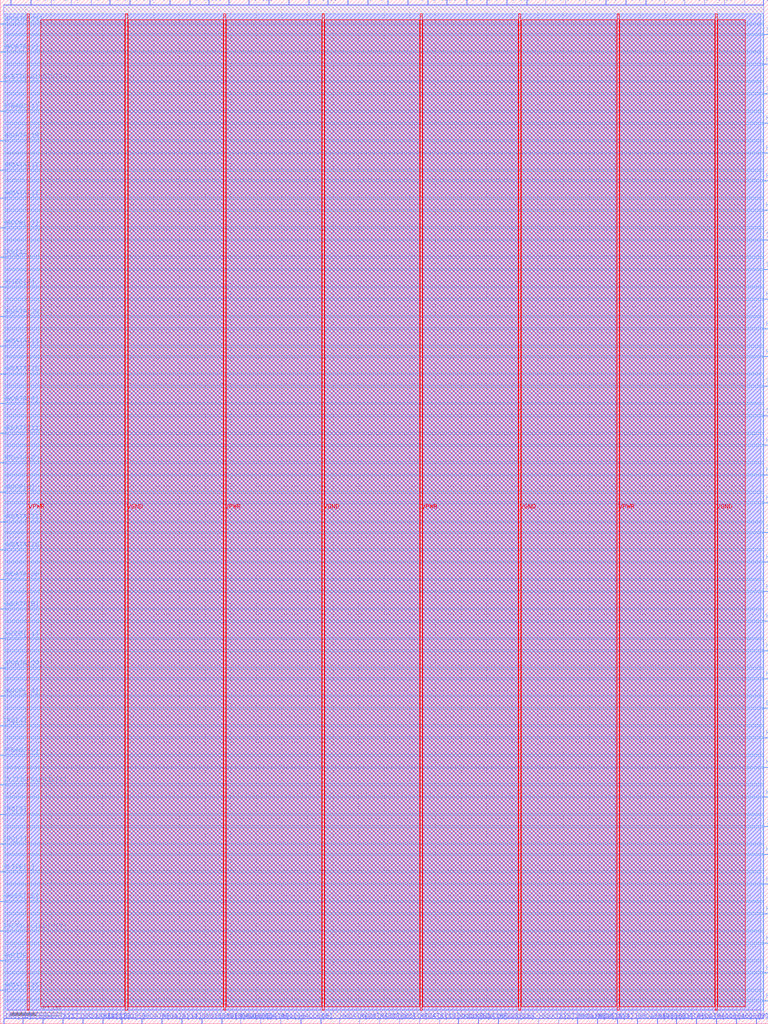
<source format=lef>
VERSION 5.7 ;
  NOWIREEXTENSIONATPIN ON ;
  DIVIDERCHAR "/" ;
  BUSBITCHARS "[]" ;
MACRO ibex_wrapper
  CLASS BLOCK ;
  FOREIGN ibex_wrapper ;
  ORIGIN 0.000 0.000 ;
  SIZE 600.000 BY 800.000 ;
  PIN EXT_IRQ
    DIRECTION INPUT ;
    USE SIGNAL ;
    PORT
      LAYER met3 ;
        RECT 596.000 246.200 600.000 246.800 ;
    END
  END EXT_IRQ
  PIN HADDR[0]
    DIRECTION OUTPUT TRISTATE ;
    USE SIGNAL ;
    PORT
      LAYER met2 ;
        RECT 148.210 796.000 148.490 800.000 ;
    END
  END HADDR[0]
  PIN HADDR[10]
    DIRECTION OUTPUT TRISTATE ;
    USE SIGNAL ;
    PORT
      LAYER met2 ;
        RECT 581.530 796.000 581.810 800.000 ;
    END
  END HADDR[10]
  PIN HADDR[11]
    DIRECTION OUTPUT TRISTATE ;
    USE SIGNAL ;
    PORT
      LAYER met3 ;
        RECT 0.000 300.600 4.000 301.200 ;
    END
  END HADDR[11]
  PIN HADDR[12]
    DIRECTION OUTPUT TRISTATE ;
    USE SIGNAL ;
    PORT
      LAYER met2 ;
        RECT 271.490 796.000 271.770 800.000 ;
    END
  END HADDR[12]
  PIN HADDR[13]
    DIRECTION OUTPUT TRISTATE ;
    USE SIGNAL ;
    PORT
      LAYER met2 ;
        RECT 24.010 796.000 24.290 800.000 ;
    END
  END HADDR[13]
  PIN HADDR[14]
    DIRECTION OUTPUT TRISTATE ;
    USE SIGNAL ;
    PORT
      LAYER met3 ;
        RECT 0.000 255.720 4.000 256.320 ;
    END
  END HADDR[14]
  PIN HADDR[15]
    DIRECTION OUTPUT TRISTATE ;
    USE SIGNAL ;
    PORT
      LAYER met2 ;
        RECT 559.450 0.000 559.730 4.000 ;
    END
  END HADDR[15]
  PIN HADDR[16]
    DIRECTION OUTPUT TRISTATE ;
    USE SIGNAL ;
    PORT
      LAYER met3 ;
        RECT 596.000 223.080 600.000 223.680 ;
    END
  END HADDR[16]
  PIN HADDR[17]
    DIRECTION OUTPUT TRISTATE ;
    USE SIGNAL ;
    PORT
      LAYER met3 ;
        RECT 0.000 621.560 4.000 622.160 ;
    END
  END HADDR[17]
  PIN HADDR[18]
    DIRECTION OUTPUT TRISTATE ;
    USE SIGNAL ;
    PORT
      LAYER met3 ;
        RECT 0.000 95.240 4.000 95.840 ;
    END
  END HADDR[18]
  PIN HADDR[19]
    DIRECTION OUTPUT TRISTATE ;
    USE SIGNAL ;
    PORT
      LAYER met3 ;
        RECT 596.000 108.840 600.000 109.440 ;
    END
  END HADDR[19]
  PIN HADDR[1]
    DIRECTION OUTPUT TRISTATE ;
    USE SIGNAL ;
    PORT
      LAYER met2 ;
        RECT 187.770 0.000 188.050 4.000 ;
    END
  END HADDR[1]
  PIN HADDR[20]
    DIRECTION OUTPUT TRISTATE ;
    USE SIGNAL ;
    PORT
      LAYER met3 ;
        RECT 596.000 360.440 600.000 361.040 ;
    END
  END HADDR[20]
  PIN HADDR[21]
    DIRECTION OUTPUT TRISTATE ;
    USE SIGNAL ;
    PORT
      LAYER met2 ;
        RECT 513.450 0.000 513.730 4.000 ;
    END
  END HADDR[21]
  PIN HADDR[22]
    DIRECTION OUTPUT TRISTATE ;
    USE SIGNAL ;
    PORT
      LAYER met2 ;
        RECT 426.050 796.000 426.330 800.000 ;
    END
  END HADDR[22]
  PIN HADDR[23]
    DIRECTION OUTPUT TRISTATE ;
    USE SIGNAL ;
    PORT
      LAYER met2 ;
        RECT 596.250 796.000 596.530 800.000 ;
    END
  END HADDR[23]
  PIN HADDR[24]
    DIRECTION OUTPUT TRISTATE ;
    USE SIGNAL ;
    PORT
      LAYER met3 ;
        RECT 596.000 199.960 600.000 200.560 ;
    END
  END HADDR[24]
  PIN HADDR[25]
    DIRECTION OUTPUT TRISTATE ;
    USE SIGNAL ;
    PORT
      LAYER met2 ;
        RECT 296.330 0.000 296.610 4.000 ;
    END
  END HADDR[25]
  PIN HADDR[26]
    DIRECTION OUTPUT TRISTATE ;
    USE SIGNAL ;
    PORT
      LAYER met2 ;
        RECT 389.250 0.000 389.530 4.000 ;
    END
  END HADDR[26]
  PIN HADDR[27]
    DIRECTION OUTPUT TRISTATE ;
    USE SIGNAL ;
    PORT
      LAYER met3 ;
        RECT 596.000 703.160 600.000 703.760 ;
    END
  END HADDR[27]
  PIN HADDR[28]
    DIRECTION OUTPUT TRISTATE ;
    USE SIGNAL ;
    PORT
      LAYER met3 ;
        RECT 596.000 17.720 600.000 18.320 ;
    END
  END HADDR[28]
  PIN HADDR[29]
    DIRECTION OUTPUT TRISTATE ;
    USE SIGNAL ;
    PORT
      LAYER met3 ;
        RECT 596.000 337.320 600.000 337.920 ;
    END
  END HADDR[29]
  PIN HADDR[2]
    DIRECTION OUTPUT TRISTATE ;
    USE SIGNAL ;
    PORT
      LAYER met2 ;
        RECT 234.690 0.000 234.970 4.000 ;
    END
  END HADDR[2]
  PIN HADDR[30]
    DIRECTION OUTPUT TRISTATE ;
    USE SIGNAL ;
    PORT
      LAYER met2 ;
        RECT 101.290 796.000 101.570 800.000 ;
    END
  END HADDR[30]
  PIN HADDR[31]
    DIRECTION OUTPUT TRISTATE ;
    USE SIGNAL ;
    PORT
      LAYER met2 ;
        RECT 80.130 0.000 80.410 4.000 ;
    END
  END HADDR[31]
  PIN HADDR[3]
    DIRECTION OUTPUT TRISTATE ;
    USE SIGNAL ;
    PORT
      LAYER met2 ;
        RECT 575.090 0.000 575.370 4.000 ;
    END
  END HADDR[3]
  PIN HADDR[4]
    DIRECTION OUTPUT TRISTATE ;
    USE SIGNAL ;
    PORT
      LAYER met3 ;
        RECT 596.000 520.920 600.000 521.520 ;
    END
  END HADDR[4]
  PIN HADDR[5]
    DIRECTION OUTPUT TRISTATE ;
    USE SIGNAL ;
    PORT
      LAYER met2 ;
        RECT 457.330 796.000 457.610 800.000 ;
    END
  END HADDR[5]
  PIN HADDR[6]
    DIRECTION OUTPUT TRISTATE ;
    USE SIGNAL ;
    PORT
      LAYER met3 ;
        RECT 0.000 414.840 4.000 415.440 ;
    END
  END HADDR[6]
  PIN HADDR[7]
    DIRECTION OUTPUT TRISTATE ;
    USE SIGNAL ;
    PORT
      LAYER met3 ;
        RECT 596.000 451.560 600.000 452.160 ;
    END
  END HADDR[7]
  PIN HADDR[8]
    DIRECTION OUTPUT TRISTATE ;
    USE SIGNAL ;
    PORT
      LAYER met2 ;
        RECT 357.970 0.000 358.250 4.000 ;
    END
  END HADDR[8]
  PIN HADDR[9]
    DIRECTION OUTPUT TRISTATE ;
    USE SIGNAL ;
    PORT
      LAYER met3 ;
        RECT 596.000 635.160 600.000 635.760 ;
    END
  END HADDR[9]
  PIN HCLK
    DIRECTION INPUT ;
    USE SIGNAL ;
    PORT
      LAYER met2 ;
        RECT 404.890 0.000 405.170 4.000 ;
    END
  END HCLK
  PIN HRDATA[0]
    DIRECTION INPUT ;
    USE SIGNAL ;
    PORT
      LAYER met3 ;
        RECT 596.000 542.680 600.000 543.280 ;
    END
  END HRDATA[0]
  PIN HRDATA[10]
    DIRECTION INPUT ;
    USE SIGNAL ;
    PORT
      LAYER met2 ;
        RECT 64.490 0.000 64.770 4.000 ;
    END
  END HRDATA[10]
  PIN HRDATA[11]
    DIRECTION INPUT ;
    USE SIGNAL ;
    PORT
      LAYER met3 ;
        RECT 0.000 461.080 4.000 461.680 ;
    END
  END HRDATA[11]
  PIN HRDATA[12]
    DIRECTION INPUT ;
    USE SIGNAL ;
    PORT
      LAYER met2 ;
        RECT 203.410 0.000 203.690 4.000 ;
    END
  END HRDATA[12]
  PIN HRDATA[13]
    DIRECTION INPUT ;
    USE SIGNAL ;
    PORT
      LAYER met2 ;
        RECT 132.570 796.000 132.850 800.000 ;
    END
  END HRDATA[13]
  PIN HRDATA[14]
    DIRECTION INPUT ;
    USE SIGNAL ;
    PORT
      LAYER met2 ;
        RECT 126.130 0.000 126.410 4.000 ;
    END
  END HRDATA[14]
  PIN HRDATA[15]
    DIRECTION INPUT ;
    USE SIGNAL ;
    PORT
      LAYER met3 ;
        RECT 0.000 689.560 4.000 690.160 ;
    END
  END HRDATA[15]
  PIN HRDATA[16]
    DIRECTION INPUT ;
    USE SIGNAL ;
    PORT
      LAYER met3 ;
        RECT 596.000 176.840 600.000 177.440 ;
    END
  END HRDATA[16]
  PIN HRDATA[17]
    DIRECTION INPUT ;
    USE SIGNAL ;
    PORT
      LAYER met3 ;
        RECT 0.000 666.440 4.000 667.040 ;
    END
  END HRDATA[17]
  PIN HRDATA[18]
    DIRECTION INPUT ;
    USE SIGNAL ;
    PORT
      LAYER met2 ;
        RECT 497.810 0.000 498.090 4.000 ;
    END
  END HRDATA[18]
  PIN HRDATA[19]
    DIRECTION INPUT ;
    USE SIGNAL ;
    PORT
      LAYER met2 ;
        RECT 327.610 0.000 327.890 4.000 ;
    END
  END HRDATA[19]
  PIN HRDATA[1]
    DIRECTION INPUT ;
    USE SIGNAL ;
    PORT
      LAYER met3 ;
        RECT 596.000 269.320 600.000 269.920 ;
    END
  END HRDATA[1]
  PIN HRDATA[20]
    DIRECTION INPUT ;
    USE SIGNAL ;
    PORT
      LAYER met3 ;
        RECT 0.000 437.960 4.000 438.560 ;
    END
  END HRDATA[20]
  PIN HRDATA[21]
    DIRECTION INPUT ;
    USE SIGNAL ;
    PORT
      LAYER met3 ;
        RECT 0.000 391.720 4.000 392.320 ;
    END
  END HRDATA[21]
  PIN HRDATA[22]
    DIRECTION INPUT ;
    USE SIGNAL ;
    PORT
      LAYER met2 ;
        RECT 373.610 0.000 373.890 4.000 ;
    END
  END HRDATA[22]
  PIN HRDATA[23]
    DIRECTION INPUT ;
    USE SIGNAL ;
    PORT
      LAYER met2 ;
        RECT 504.250 796.000 504.530 800.000 ;
    END
  END HRDATA[23]
  PIN HRDATA[24]
    DIRECTION INPUT ;
    USE SIGNAL ;
    PORT
      LAYER met3 ;
        RECT 596.000 406.680 600.000 407.280 ;
    END
  END HRDATA[24]
  PIN HRDATA[25]
    DIRECTION INPUT ;
    USE SIGNAL ;
    PORT
      LAYER met3 ;
        RECT 0.000 780.680 4.000 781.280 ;
    END
  END HRDATA[25]
  PIN HRDATA[26]
    DIRECTION INPUT ;
    USE SIGNAL ;
    PORT
      LAYER met2 ;
        RECT 450.890 0.000 451.170 4.000 ;
    END
  END HRDATA[26]
  PIN HRDATA[27]
    DIRECTION INPUT ;
    USE SIGNAL ;
    PORT
      LAYER met3 ;
        RECT 596.000 291.080 600.000 291.680 ;
    END
  END HRDATA[27]
  PIN HRDATA[28]
    DIRECTION INPUT ;
    USE SIGNAL ;
    PORT
      LAYER met3 ;
        RECT 596.000 62.600 600.000 63.200 ;
    END
  END HRDATA[28]
  PIN HRDATA[29]
    DIRECTION INPUT ;
    USE SIGNAL ;
    PORT
      LAYER met3 ;
        RECT 0.000 277.480 4.000 278.080 ;
    END
  END HRDATA[29]
  PIN HRDATA[2]
    DIRECTION INPUT ;
    USE SIGNAL ;
    PORT
      LAYER met2 ;
        RECT 70.930 796.000 71.210 800.000 ;
    END
  END HRDATA[2]
  PIN HRDATA[30]
    DIRECTION INPUT ;
    USE SIGNAL ;
    PORT
      LAYER met3 ;
        RECT 0.000 552.200 4.000 552.800 ;
    END
  END HRDATA[30]
  PIN HRDATA[31]
    DIRECTION INPUT ;
    USE SIGNAL ;
    PORT
      LAYER met2 ;
        RECT 110.490 0.000 110.770 4.000 ;
    END
  END HRDATA[31]
  PIN HRDATA[3]
    DIRECTION INPUT ;
    USE SIGNAL ;
    PORT
      LAYER met3 ;
        RECT 596.000 565.800 600.000 566.400 ;
    END
  END HRDATA[3]
  PIN HRDATA[4]
    DIRECTION INPUT ;
    USE SIGNAL ;
    PORT
      LAYER met3 ;
        RECT 0.000 484.200 4.000 484.800 ;
    END
  END HRDATA[4]
  PIN HRDATA[5]
    DIRECTION INPUT ;
    USE SIGNAL ;
    PORT
      LAYER met2 ;
        RECT 85.650 796.000 85.930 800.000 ;
    END
  END HRDATA[5]
  PIN HRDATA[6]
    DIRECTION INPUT ;
    USE SIGNAL ;
    PORT
      LAYER met2 ;
        RECT 225.490 796.000 225.770 800.000 ;
    END
  END HRDATA[6]
  PIN HRDATA[7]
    DIRECTION INPUT ;
    USE SIGNAL ;
    PORT
      LAYER met2 ;
        RECT 8.370 796.000 8.650 800.000 ;
    END
  END HRDATA[7]
  PIN HRDATA[8]
    DIRECTION INPUT ;
    USE SIGNAL ;
    PORT
      LAYER met3 ;
        RECT 596.000 749.400 600.000 750.000 ;
    END
  END HRDATA[8]
  PIN HRDATA[9]
    DIRECTION INPUT ;
    USE SIGNAL ;
    PORT
      LAYER met2 ;
        RECT 420.530 0.000 420.810 4.000 ;
    END
  END HRDATA[9]
  PIN HREADY
    DIRECTION INPUT ;
    USE SIGNAL ;
    PORT
      LAYER met2 ;
        RECT 255.850 796.000 256.130 800.000 ;
    END
  END HREADY
  PIN HRESETn
    DIRECTION INPUT ;
    USE SIGNAL ;
    PORT
      LAYER met3 ;
        RECT 596.000 314.200 600.000 314.800 ;
    END
  END HRESETn
  PIN HSIZE[0]
    DIRECTION OUTPUT TRISTATE ;
    USE SIGNAL ;
    PORT
      LAYER met2 ;
        RECT 364.410 796.000 364.690 800.000 ;
    END
  END HSIZE[0]
  PIN HSIZE[1]
    DIRECTION OUTPUT TRISTATE ;
    USE SIGNAL ;
    PORT
      LAYER met3 ;
        RECT 0.000 118.360 4.000 118.960 ;
    END
  END HSIZE[1]
  PIN HSIZE[2]
    DIRECTION OUTPUT TRISTATE ;
    USE SIGNAL ;
    PORT
      LAYER met3 ;
        RECT 0.000 575.320 4.000 575.920 ;
    END
  END HSIZE[2]
  PIN HTRANS[0]
    DIRECTION OUTPUT TRISTATE ;
    USE SIGNAL ;
    PORT
      LAYER met3 ;
        RECT 0.000 209.480 4.000 210.080 ;
    END
  END HTRANS[0]
  PIN HTRANS[1]
    DIRECTION OUTPUT TRISTATE ;
    USE SIGNAL ;
    PORT
      LAYER met3 ;
        RECT 0.000 712.680 4.000 713.280 ;
    END
  END HTRANS[1]
  PIN HWDATA[0]
    DIRECTION OUTPUT TRISTATE ;
    USE SIGNAL ;
    PORT
      LAYER met2 ;
        RECT 411.330 796.000 411.610 800.000 ;
    END
  END HWDATA[0]
  PIN HWDATA[10]
    DIRECTION OUTPUT TRISTATE ;
    USE SIGNAL ;
    PORT
      LAYER met2 ;
        RECT 318.410 796.000 318.690 800.000 ;
    END
  END HWDATA[10]
  PIN HWDATA[11]
    DIRECTION OUTPUT TRISTATE ;
    USE SIGNAL ;
    PORT
      LAYER met2 ;
        RECT 543.810 0.000 544.090 4.000 ;
    END
  END HWDATA[11]
  PIN HWDATA[12]
    DIRECTION OUTPUT TRISTATE ;
    USE SIGNAL ;
    PORT
      LAYER met3 ;
        RECT 596.000 428.440 600.000 429.040 ;
    END
  END HWDATA[12]
  PIN HWDATA[13]
    DIRECTION OUTPUT TRISTATE ;
    USE SIGNAL ;
    PORT
      LAYER met3 ;
        RECT 0.000 529.080 4.000 529.680 ;
    END
  END HWDATA[13]
  PIN HWDATA[14]
    DIRECTION OUTPUT TRISTATE ;
    USE SIGNAL ;
    PORT
      LAYER met3 ;
        RECT 596.000 131.960 600.000 132.560 ;
    END
  END HWDATA[14]
  PIN HWDATA[15]
    DIRECTION OUTPUT TRISTATE ;
    USE SIGNAL ;
    PORT
      LAYER met3 ;
        RECT 0.000 507.320 4.000 507.920 ;
    END
  END HWDATA[15]
  PIN HWDATA[16]
    DIRECTION OUTPUT TRISTATE ;
    USE SIGNAL ;
    PORT
      LAYER met3 ;
        RECT 0.000 369.960 4.000 370.560 ;
    END
  END HWDATA[16]
  PIN HWDATA[17]
    DIRECTION OUTPUT TRISTATE ;
    USE SIGNAL ;
    PORT
      LAYER met3 ;
        RECT 0.000 644.680 4.000 645.280 ;
    END
  END HWDATA[17]
  PIN HWDATA[18]
    DIRECTION OUTPUT TRISTATE ;
    USE SIGNAL ;
    PORT
      LAYER met2 ;
        RECT 55.290 796.000 55.570 800.000 ;
    END
  END HWDATA[18]
  PIN HWDATA[19]
    DIRECTION OUTPUT TRISTATE ;
    USE SIGNAL ;
    PORT
      LAYER met2 ;
        RECT 380.050 796.000 380.330 800.000 ;
    END
  END HWDATA[19]
  PIN HWDATA[1]
    DIRECTION OUTPUT TRISTATE ;
    USE SIGNAL ;
    PORT
      LAYER met2 ;
        RECT 33.210 0.000 33.490 4.000 ;
    END
  END HWDATA[1]
  PIN HWDATA[20]
    DIRECTION OUTPUT TRISTATE ;
    USE SIGNAL ;
    PORT
      LAYER met2 ;
        RECT 265.050 0.000 265.330 4.000 ;
    END
  END HWDATA[20]
  PIN HWDATA[21]
    DIRECTION OUTPUT TRISTATE ;
    USE SIGNAL ;
    PORT
      LAYER met3 ;
        RECT 596.000 680.040 600.000 680.640 ;
    END
  END HWDATA[21]
  PIN HWDATA[22]
    DIRECTION OUTPUT TRISTATE ;
    USE SIGNAL ;
    PORT
      LAYER met3 ;
        RECT 596.000 39.480 600.000 40.080 ;
    END
  END HWDATA[22]
  PIN HWDATA[23]
    DIRECTION OUTPUT TRISTATE ;
    USE SIGNAL ;
    PORT
      LAYER met2 ;
        RECT 178.570 796.000 178.850 800.000 ;
    END
  END HWDATA[23]
  PIN HWDATA[24]
    DIRECTION OUTPUT TRISTATE ;
    USE SIGNAL ;
    PORT
      LAYER met2 ;
        RECT 311.970 0.000 312.250 4.000 ;
    END
  END HWDATA[24]
  PIN HWDATA[25]
    DIRECTION OUTPUT TRISTATE ;
    USE SIGNAL ;
    PORT
      LAYER met3 ;
        RECT 596.000 85.720 600.000 86.320 ;
    END
  END HWDATA[25]
  PIN HWDATA[26]
    DIRECTION OUTPUT TRISTATE ;
    USE SIGNAL ;
    PORT
      LAYER met3 ;
        RECT 0.000 25.880 4.000 26.480 ;
    END
  END HWDATA[26]
  PIN HWDATA[27]
    DIRECTION OUTPUT TRISTATE ;
    USE SIGNAL ;
    PORT
      LAYER met2 ;
        RECT 334.050 796.000 334.330 800.000 ;
    END
  END HWDATA[27]
  PIN HWDATA[28]
    DIRECTION OUTPUT TRISTATE ;
    USE SIGNAL ;
    PORT
      LAYER met3 ;
        RECT 0.000 346.840 4.000 347.440 ;
    END
  END HWDATA[28]
  PIN HWDATA[29]
    DIRECTION OUTPUT TRISTATE ;
    USE SIGNAL ;
    PORT
      LAYER met2 ;
        RECT 528.170 0.000 528.450 4.000 ;
    END
  END HWDATA[29]
  PIN HWDATA[2]
    DIRECTION OUTPUT TRISTATE ;
    USE SIGNAL ;
    PORT
      LAYER met3 ;
        RECT 596.000 658.280 600.000 658.880 ;
    END
  END HWDATA[2]
  PIN HWDATA[30]
    DIRECTION OUTPUT TRISTATE ;
    USE SIGNAL ;
    PORT
      LAYER met2 ;
        RECT 590.730 0.000 591.010 4.000 ;
    END
  END HWDATA[30]
  PIN HWDATA[31]
    DIRECTION OUTPUT TRISTATE ;
    USE SIGNAL ;
    PORT
      LAYER met2 ;
        RECT 280.690 0.000 280.970 4.000 ;
    END
  END HWDATA[31]
  PIN HWDATA[3]
    DIRECTION OUTPUT TRISTATE ;
    USE SIGNAL ;
    PORT
      LAYER met2 ;
        RECT 348.770 796.000 349.050 800.000 ;
    END
  END HWDATA[3]
  PIN HWDATA[4]
    DIRECTION OUTPUT TRISTATE ;
    USE SIGNAL ;
    PORT
      LAYER met2 ;
        RECT 466.530 0.000 466.810 4.000 ;
    END
  END HWDATA[4]
  PIN HWDATA[5]
    DIRECTION OUTPUT TRISTATE ;
    USE SIGNAL ;
    PORT
      LAYER met3 ;
        RECT 0.000 323.720 4.000 324.320 ;
    END
  END HWDATA[5]
  PIN HWDATA[6]
    DIRECTION OUTPUT TRISTATE ;
    USE SIGNAL ;
    PORT
      LAYER met2 ;
        RECT 488.610 796.000 488.890 800.000 ;
    END
  END HWDATA[6]
  PIN HWDATA[7]
    DIRECTION OUTPUT TRISTATE ;
    USE SIGNAL ;
    PORT
      LAYER met2 ;
        RECT 441.690 796.000 441.970 800.000 ;
    END
  END HWDATA[7]
  PIN HWDATA[8]
    DIRECTION OUTPUT TRISTATE ;
    USE SIGNAL ;
    PORT
      LAYER met2 ;
        RECT 472.970 796.000 473.250 800.000 ;
    END
  END HWDATA[8]
  PIN HWDATA[9]
    DIRECTION OUTPUT TRISTATE ;
    USE SIGNAL ;
    PORT
      LAYER met3 ;
        RECT 0.000 758.920 4.000 759.520 ;
    END
  END HWDATA[9]
  PIN HWRITE
    DIRECTION OUTPUT TRISTATE ;
    USE SIGNAL ;
    PORT
      LAYER met3 ;
        RECT 0.000 49.000 4.000 49.600 ;
    END
  END HWRITE
  PIN IRQ[0]
    DIRECTION INPUT ;
    USE SIGNAL ;
    PORT
      LAYER met2 ;
        RECT 219.050 0.000 219.330 4.000 ;
    END
  END IRQ[0]
  PIN IRQ[10]
    DIRECTION INPUT ;
    USE SIGNAL ;
    PORT
      LAYER met2 ;
        RECT 2.850 0.000 3.130 4.000 ;
    END
  END IRQ[10]
  PIN IRQ[11]
    DIRECTION INPUT ;
    USE SIGNAL ;
    PORT
      LAYER met3 ;
        RECT 0.000 140.120 4.000 140.720 ;
    END
  END IRQ[11]
  PIN IRQ[12]
    DIRECTION INPUT ;
    USE SIGNAL ;
    PORT
      LAYER met2 ;
        RECT 39.650 796.000 39.930 800.000 ;
    END
  END IRQ[12]
  PIN IRQ[13]
    DIRECTION INPUT ;
    USE SIGNAL ;
    PORT
      LAYER met3 ;
        RECT 0.000 598.440 4.000 599.040 ;
    END
  END IRQ[13]
  PIN IRQ[14]
    DIRECTION INPUT ;
    USE SIGNAL ;
    PORT
      LAYER met3 ;
        RECT 596.000 153.720 600.000 154.320 ;
    END
  END IRQ[14]
  PIN IRQ[1]
    DIRECTION INPUT ;
    USE SIGNAL ;
    PORT
      LAYER met2 ;
        RECT 194.210 796.000 194.490 800.000 ;
    END
  END IRQ[1]
  PIN IRQ[2]
    DIRECTION INPUT ;
    USE SIGNAL ;
    PORT
      LAYER met2 ;
        RECT 241.130 796.000 241.410 800.000 ;
    END
  END IRQ[2]
  PIN IRQ[3]
    DIRECTION INPUT ;
    USE SIGNAL ;
    PORT
      LAYER met2 ;
        RECT 395.690 796.000 395.970 800.000 ;
    END
  END IRQ[3]
  PIN IRQ[4]
    DIRECTION INPUT ;
    USE SIGNAL ;
    PORT
      LAYER met3 ;
        RECT 0.000 232.600 4.000 233.200 ;
    END
  END IRQ[4]
  PIN IRQ[5]
    DIRECTION INPUT ;
    USE SIGNAL ;
    PORT
      LAYER met2 ;
        RECT 94.850 0.000 95.130 4.000 ;
    END
  END IRQ[5]
  PIN IRQ[6]
    DIRECTION INPUT ;
    USE SIGNAL ;
    PORT
      LAYER met2 ;
        RECT 17.570 0.000 17.850 4.000 ;
    END
  END IRQ[6]
  PIN IRQ[7]
    DIRECTION INPUT ;
    USE SIGNAL ;
    PORT
      LAYER met2 ;
        RECT 534.610 796.000 534.890 800.000 ;
    END
  END IRQ[7]
  PIN IRQ[8]
    DIRECTION INPUT ;
    USE SIGNAL ;
    PORT
      LAYER met2 ;
        RECT 550.250 796.000 550.530 800.000 ;
    END
  END IRQ[8]
  PIN IRQ[9]
    DIRECTION INPUT ;
    USE SIGNAL ;
    PORT
      LAYER met3 ;
        RECT 0.000 163.240 4.000 163.840 ;
    END
  END IRQ[9]
  PIN NMI
    DIRECTION INPUT ;
    USE SIGNAL ;
    PORT
      LAYER met2 ;
        RECT 250.330 0.000 250.610 4.000 ;
    END
  END NMI
  PIN SYSTICKCLKDIV[0]
    DIRECTION INPUT ;
    USE SIGNAL ;
    PORT
      LAYER met3 ;
        RECT 596.000 612.040 600.000 612.640 ;
    END
  END SYSTICKCLKDIV[0]
  PIN SYSTICKCLKDIV[10]
    DIRECTION INPUT ;
    USE SIGNAL ;
    PORT
      LAYER met2 ;
        RECT 157.410 0.000 157.690 4.000 ;
    END
  END SYSTICKCLKDIV[10]
  PIN SYSTICKCLKDIV[11]
    DIRECTION INPUT ;
    USE SIGNAL ;
    PORT
      LAYER met3 ;
        RECT 596.000 772.520 600.000 773.120 ;
    END
  END SYSTICKCLKDIV[11]
  PIN SYSTICKCLKDIV[12]
    DIRECTION INPUT ;
    USE SIGNAL ;
    PORT
      LAYER met3 ;
        RECT 596.000 588.920 600.000 589.520 ;
    END
  END SYSTICKCLKDIV[12]
  PIN SYSTICKCLKDIV[13]
    DIRECTION INPUT ;
    USE SIGNAL ;
    PORT
      LAYER met2 ;
        RECT 48.850 0.000 49.130 4.000 ;
    END
  END SYSTICKCLKDIV[13]
  PIN SYSTICKCLKDIV[14]
    DIRECTION INPUT ;
    USE SIGNAL ;
    PORT
      LAYER met2 ;
        RECT 116.930 796.000 117.210 800.000 ;
    END
  END SYSTICKCLKDIV[14]
  PIN SYSTICKCLKDIV[15]
    DIRECTION INPUT ;
    USE SIGNAL ;
    PORT
      LAYER met2 ;
        RECT 518.970 796.000 519.250 800.000 ;
    END
  END SYSTICKCLKDIV[15]
  PIN SYSTICKCLKDIV[16]
    DIRECTION INPUT ;
    USE SIGNAL ;
    PORT
      LAYER met2 ;
        RECT 482.170 0.000 482.450 4.000 ;
    END
  END SYSTICKCLKDIV[16]
  PIN SYSTICKCLKDIV[17]
    DIRECTION INPUT ;
    USE SIGNAL ;
    PORT
      LAYER met2 ;
        RECT 287.130 796.000 287.410 800.000 ;
    END
  END SYSTICKCLKDIV[17]
  PIN SYSTICKCLKDIV[18]
    DIRECTION INPUT ;
    USE SIGNAL ;
    PORT
      LAYER met2 ;
        RECT 343.250 0.000 343.530 4.000 ;
    END
  END SYSTICKCLKDIV[18]
  PIN SYSTICKCLKDIV[19]
    DIRECTION INPUT ;
    USE SIGNAL ;
    PORT
      LAYER met2 ;
        RECT 436.170 0.000 436.450 4.000 ;
    END
  END SYSTICKCLKDIV[19]
  PIN SYSTICKCLKDIV[1]
    DIRECTION INPUT ;
    USE SIGNAL ;
    PORT
      LAYER met3 ;
        RECT 596.000 474.680 600.000 475.280 ;
    END
  END SYSTICKCLKDIV[1]
  PIN SYSTICKCLKDIV[20]
    DIRECTION INPUT ;
    USE SIGNAL ;
    PORT
      LAYER met3 ;
        RECT 0.000 735.800 4.000 736.400 ;
    END
  END SYSTICKCLKDIV[20]
  PIN SYSTICKCLKDIV[21]
    DIRECTION INPUT ;
    USE SIGNAL ;
    PORT
      LAYER met2 ;
        RECT 173.050 0.000 173.330 4.000 ;
    END
  END SYSTICKCLKDIV[21]
  PIN SYSTICKCLKDIV[22]
    DIRECTION INPUT ;
    USE SIGNAL ;
    PORT
      LAYER met2 ;
        RECT 209.850 796.000 210.130 800.000 ;
    END
  END SYSTICKCLKDIV[22]
  PIN SYSTICKCLKDIV[23]
    DIRECTION INPUT ;
    USE SIGNAL ;
    PORT
      LAYER met3 ;
        RECT 596.000 383.560 600.000 384.160 ;
    END
  END SYSTICKCLKDIV[23]
  PIN SYSTICKCLKDIV[2]
    DIRECTION INPUT ;
    USE SIGNAL ;
    PORT
      LAYER met3 ;
        RECT 596.000 497.800 600.000 498.400 ;
    END
  END SYSTICKCLKDIV[2]
  PIN SYSTICKCLKDIV[3]
    DIRECTION INPUT ;
    USE SIGNAL ;
    PORT
      LAYER met2 ;
        RECT 141.770 0.000 142.050 4.000 ;
    END
  END SYSTICKCLKDIV[3]
  PIN SYSTICKCLKDIV[4]
    DIRECTION INPUT ;
    USE SIGNAL ;
    PORT
      LAYER met3 ;
        RECT 0.000 186.360 4.000 186.960 ;
    END
  END SYSTICKCLKDIV[4]
  PIN SYSTICKCLKDIV[5]
    DIRECTION INPUT ;
    USE SIGNAL ;
    PORT
      LAYER met3 ;
        RECT 596.000 726.280 600.000 726.880 ;
    END
  END SYSTICKCLKDIV[5]
  PIN SYSTICKCLKDIV[6]
    DIRECTION INPUT ;
    USE SIGNAL ;
    PORT
      LAYER met2 ;
        RECT 162.930 796.000 163.210 800.000 ;
    END
  END SYSTICKCLKDIV[6]
  PIN SYSTICKCLKDIV[7]
    DIRECTION INPUT ;
    USE SIGNAL ;
    PORT
      LAYER met3 ;
        RECT 0.000 72.120 4.000 72.720 ;
    END
  END SYSTICKCLKDIV[7]
  PIN SYSTICKCLKDIV[8]
    DIRECTION INPUT ;
    USE SIGNAL ;
    PORT
      LAYER met2 ;
        RECT 565.890 796.000 566.170 800.000 ;
    END
  END SYSTICKCLKDIV[8]
  PIN SYSTICKCLKDIV[9]
    DIRECTION INPUT ;
    USE SIGNAL ;
    PORT
      LAYER met2 ;
        RECT 302.770 796.000 303.050 800.000 ;
    END
  END SYSTICKCLKDIV[9]
  PIN VPWR
    DIRECTION INOUT ;
    USE POWER ;
    PORT
      LAYER met4 ;
        RECT 481.840 10.640 483.440 789.040 ;
    END
  END VPWR
  PIN VPWR
    DIRECTION INOUT ;
    USE POWER ;
    PORT
      LAYER met4 ;
        RECT 328.240 10.640 329.840 789.040 ;
    END
  END VPWR
  PIN VPWR
    DIRECTION INOUT ;
    USE POWER ;
    PORT
      LAYER met4 ;
        RECT 174.640 10.640 176.240 789.040 ;
    END
  END VPWR
  PIN VPWR
    DIRECTION INOUT ;
    USE POWER ;
    PORT
      LAYER met4 ;
        RECT 21.040 10.640 22.640 789.040 ;
    END
  END VPWR
  PIN VGND
    DIRECTION INOUT ;
    USE GROUND ;
    PORT
      LAYER met4 ;
        RECT 558.640 10.640 560.240 789.040 ;
    END
  END VGND
  PIN VGND
    DIRECTION INOUT ;
    USE GROUND ;
    PORT
      LAYER met4 ;
        RECT 405.040 10.640 406.640 789.040 ;
    END
  END VGND
  PIN VGND
    DIRECTION INOUT ;
    USE GROUND ;
    PORT
      LAYER met4 ;
        RECT 251.440 10.640 253.040 789.040 ;
    END
  END VGND
  PIN VGND
    DIRECTION INOUT ;
    USE GROUND ;
    PORT
      LAYER met4 ;
        RECT 97.840 10.640 99.440 789.040 ;
    END
  END VGND
  OBS
      LAYER li1 ;
        RECT 5.520 10.795 594.320 788.885 ;
      LAYER met1 ;
        RECT 2.830 4.460 594.320 789.040 ;
      LAYER met2 ;
        RECT 2.860 795.720 8.090 796.010 ;
        RECT 8.930 795.720 23.730 796.010 ;
        RECT 24.570 795.720 39.370 796.010 ;
        RECT 40.210 795.720 55.010 796.010 ;
        RECT 55.850 795.720 70.650 796.010 ;
        RECT 71.490 795.720 85.370 796.010 ;
        RECT 86.210 795.720 101.010 796.010 ;
        RECT 101.850 795.720 116.650 796.010 ;
        RECT 117.490 795.720 132.290 796.010 ;
        RECT 133.130 795.720 147.930 796.010 ;
        RECT 148.770 795.720 162.650 796.010 ;
        RECT 163.490 795.720 178.290 796.010 ;
        RECT 179.130 795.720 193.930 796.010 ;
        RECT 194.770 795.720 209.570 796.010 ;
        RECT 210.410 795.720 225.210 796.010 ;
        RECT 226.050 795.720 240.850 796.010 ;
        RECT 241.690 795.720 255.570 796.010 ;
        RECT 256.410 795.720 271.210 796.010 ;
        RECT 272.050 795.720 286.850 796.010 ;
        RECT 287.690 795.720 302.490 796.010 ;
        RECT 303.330 795.720 318.130 796.010 ;
        RECT 318.970 795.720 333.770 796.010 ;
        RECT 334.610 795.720 348.490 796.010 ;
        RECT 349.330 795.720 364.130 796.010 ;
        RECT 364.970 795.720 379.770 796.010 ;
        RECT 380.610 795.720 395.410 796.010 ;
        RECT 396.250 795.720 411.050 796.010 ;
        RECT 411.890 795.720 425.770 796.010 ;
        RECT 426.610 795.720 441.410 796.010 ;
        RECT 442.250 795.720 457.050 796.010 ;
        RECT 457.890 795.720 472.690 796.010 ;
        RECT 473.530 795.720 488.330 796.010 ;
        RECT 489.170 795.720 503.970 796.010 ;
        RECT 504.810 795.720 518.690 796.010 ;
        RECT 519.530 795.720 534.330 796.010 ;
        RECT 535.170 795.720 549.970 796.010 ;
        RECT 550.810 795.720 565.610 796.010 ;
        RECT 566.450 795.720 581.250 796.010 ;
        RECT 582.090 795.720 595.970 796.010 ;
        RECT 2.860 4.280 596.460 795.720 ;
        RECT 3.410 4.000 17.290 4.280 ;
        RECT 18.130 4.000 32.930 4.280 ;
        RECT 33.770 4.000 48.570 4.280 ;
        RECT 49.410 4.000 64.210 4.280 ;
        RECT 65.050 4.000 79.850 4.280 ;
        RECT 80.690 4.000 94.570 4.280 ;
        RECT 95.410 4.000 110.210 4.280 ;
        RECT 111.050 4.000 125.850 4.280 ;
        RECT 126.690 4.000 141.490 4.280 ;
        RECT 142.330 4.000 157.130 4.280 ;
        RECT 157.970 4.000 172.770 4.280 ;
        RECT 173.610 4.000 187.490 4.280 ;
        RECT 188.330 4.000 203.130 4.280 ;
        RECT 203.970 4.000 218.770 4.280 ;
        RECT 219.610 4.000 234.410 4.280 ;
        RECT 235.250 4.000 250.050 4.280 ;
        RECT 250.890 4.000 264.770 4.280 ;
        RECT 265.610 4.000 280.410 4.280 ;
        RECT 281.250 4.000 296.050 4.280 ;
        RECT 296.890 4.000 311.690 4.280 ;
        RECT 312.530 4.000 327.330 4.280 ;
        RECT 328.170 4.000 342.970 4.280 ;
        RECT 343.810 4.000 357.690 4.280 ;
        RECT 358.530 4.000 373.330 4.280 ;
        RECT 374.170 4.000 388.970 4.280 ;
        RECT 389.810 4.000 404.610 4.280 ;
        RECT 405.450 4.000 420.250 4.280 ;
        RECT 421.090 4.000 435.890 4.280 ;
        RECT 436.730 4.000 450.610 4.280 ;
        RECT 451.450 4.000 466.250 4.280 ;
        RECT 467.090 4.000 481.890 4.280 ;
        RECT 482.730 4.000 497.530 4.280 ;
        RECT 498.370 4.000 513.170 4.280 ;
        RECT 514.010 4.000 527.890 4.280 ;
        RECT 528.730 4.000 543.530 4.280 ;
        RECT 544.370 4.000 559.170 4.280 ;
        RECT 560.010 4.000 574.810 4.280 ;
        RECT 575.650 4.000 590.450 4.280 ;
        RECT 591.290 4.000 596.460 4.280 ;
      LAYER met3 ;
        RECT 3.990 781.680 596.000 788.965 ;
        RECT 4.400 780.280 596.000 781.680 ;
        RECT 3.990 773.520 596.000 780.280 ;
        RECT 3.990 772.120 595.600 773.520 ;
        RECT 3.990 759.920 596.000 772.120 ;
        RECT 4.400 758.520 596.000 759.920 ;
        RECT 3.990 750.400 596.000 758.520 ;
        RECT 3.990 749.000 595.600 750.400 ;
        RECT 3.990 736.800 596.000 749.000 ;
        RECT 4.400 735.400 596.000 736.800 ;
        RECT 3.990 727.280 596.000 735.400 ;
        RECT 3.990 725.880 595.600 727.280 ;
        RECT 3.990 713.680 596.000 725.880 ;
        RECT 4.400 712.280 596.000 713.680 ;
        RECT 3.990 704.160 596.000 712.280 ;
        RECT 3.990 702.760 595.600 704.160 ;
        RECT 3.990 690.560 596.000 702.760 ;
        RECT 4.400 689.160 596.000 690.560 ;
        RECT 3.990 681.040 596.000 689.160 ;
        RECT 3.990 679.640 595.600 681.040 ;
        RECT 3.990 667.440 596.000 679.640 ;
        RECT 4.400 666.040 596.000 667.440 ;
        RECT 3.990 659.280 596.000 666.040 ;
        RECT 3.990 657.880 595.600 659.280 ;
        RECT 3.990 645.680 596.000 657.880 ;
        RECT 4.400 644.280 596.000 645.680 ;
        RECT 3.990 636.160 596.000 644.280 ;
        RECT 3.990 634.760 595.600 636.160 ;
        RECT 3.990 622.560 596.000 634.760 ;
        RECT 4.400 621.160 596.000 622.560 ;
        RECT 3.990 613.040 596.000 621.160 ;
        RECT 3.990 611.640 595.600 613.040 ;
        RECT 3.990 599.440 596.000 611.640 ;
        RECT 4.400 598.040 596.000 599.440 ;
        RECT 3.990 589.920 596.000 598.040 ;
        RECT 3.990 588.520 595.600 589.920 ;
        RECT 3.990 576.320 596.000 588.520 ;
        RECT 4.400 574.920 596.000 576.320 ;
        RECT 3.990 566.800 596.000 574.920 ;
        RECT 3.990 565.400 595.600 566.800 ;
        RECT 3.990 553.200 596.000 565.400 ;
        RECT 4.400 551.800 596.000 553.200 ;
        RECT 3.990 543.680 596.000 551.800 ;
        RECT 3.990 542.280 595.600 543.680 ;
        RECT 3.990 530.080 596.000 542.280 ;
        RECT 4.400 528.680 596.000 530.080 ;
        RECT 3.990 521.920 596.000 528.680 ;
        RECT 3.990 520.520 595.600 521.920 ;
        RECT 3.990 508.320 596.000 520.520 ;
        RECT 4.400 506.920 596.000 508.320 ;
        RECT 3.990 498.800 596.000 506.920 ;
        RECT 3.990 497.400 595.600 498.800 ;
        RECT 3.990 485.200 596.000 497.400 ;
        RECT 4.400 483.800 596.000 485.200 ;
        RECT 3.990 475.680 596.000 483.800 ;
        RECT 3.990 474.280 595.600 475.680 ;
        RECT 3.990 462.080 596.000 474.280 ;
        RECT 4.400 460.680 596.000 462.080 ;
        RECT 3.990 452.560 596.000 460.680 ;
        RECT 3.990 451.160 595.600 452.560 ;
        RECT 3.990 438.960 596.000 451.160 ;
        RECT 4.400 437.560 596.000 438.960 ;
        RECT 3.990 429.440 596.000 437.560 ;
        RECT 3.990 428.040 595.600 429.440 ;
        RECT 3.990 415.840 596.000 428.040 ;
        RECT 4.400 414.440 596.000 415.840 ;
        RECT 3.990 407.680 596.000 414.440 ;
        RECT 3.990 406.280 595.600 407.680 ;
        RECT 3.990 392.720 596.000 406.280 ;
        RECT 4.400 391.320 596.000 392.720 ;
        RECT 3.990 384.560 596.000 391.320 ;
        RECT 3.990 383.160 595.600 384.560 ;
        RECT 3.990 370.960 596.000 383.160 ;
        RECT 4.400 369.560 596.000 370.960 ;
        RECT 3.990 361.440 596.000 369.560 ;
        RECT 3.990 360.040 595.600 361.440 ;
        RECT 3.990 347.840 596.000 360.040 ;
        RECT 4.400 346.440 596.000 347.840 ;
        RECT 3.990 338.320 596.000 346.440 ;
        RECT 3.990 336.920 595.600 338.320 ;
        RECT 3.990 324.720 596.000 336.920 ;
        RECT 4.400 323.320 596.000 324.720 ;
        RECT 3.990 315.200 596.000 323.320 ;
        RECT 3.990 313.800 595.600 315.200 ;
        RECT 3.990 301.600 596.000 313.800 ;
        RECT 4.400 300.200 596.000 301.600 ;
        RECT 3.990 292.080 596.000 300.200 ;
        RECT 3.990 290.680 595.600 292.080 ;
        RECT 3.990 278.480 596.000 290.680 ;
        RECT 4.400 277.080 596.000 278.480 ;
        RECT 3.990 270.320 596.000 277.080 ;
        RECT 3.990 268.920 595.600 270.320 ;
        RECT 3.990 256.720 596.000 268.920 ;
        RECT 4.400 255.320 596.000 256.720 ;
        RECT 3.990 247.200 596.000 255.320 ;
        RECT 3.990 245.800 595.600 247.200 ;
        RECT 3.990 233.600 596.000 245.800 ;
        RECT 4.400 232.200 596.000 233.600 ;
        RECT 3.990 224.080 596.000 232.200 ;
        RECT 3.990 222.680 595.600 224.080 ;
        RECT 3.990 210.480 596.000 222.680 ;
        RECT 4.400 209.080 596.000 210.480 ;
        RECT 3.990 200.960 596.000 209.080 ;
        RECT 3.990 199.560 595.600 200.960 ;
        RECT 3.990 187.360 596.000 199.560 ;
        RECT 4.400 185.960 596.000 187.360 ;
        RECT 3.990 177.840 596.000 185.960 ;
        RECT 3.990 176.440 595.600 177.840 ;
        RECT 3.990 164.240 596.000 176.440 ;
        RECT 4.400 162.840 596.000 164.240 ;
        RECT 3.990 154.720 596.000 162.840 ;
        RECT 3.990 153.320 595.600 154.720 ;
        RECT 3.990 141.120 596.000 153.320 ;
        RECT 4.400 139.720 596.000 141.120 ;
        RECT 3.990 132.960 596.000 139.720 ;
        RECT 3.990 131.560 595.600 132.960 ;
        RECT 3.990 119.360 596.000 131.560 ;
        RECT 4.400 117.960 596.000 119.360 ;
        RECT 3.990 109.840 596.000 117.960 ;
        RECT 3.990 108.440 595.600 109.840 ;
        RECT 3.990 96.240 596.000 108.440 ;
        RECT 4.400 94.840 596.000 96.240 ;
        RECT 3.990 86.720 596.000 94.840 ;
        RECT 3.990 85.320 595.600 86.720 ;
        RECT 3.990 73.120 596.000 85.320 ;
        RECT 4.400 71.720 596.000 73.120 ;
        RECT 3.990 63.600 596.000 71.720 ;
        RECT 3.990 62.200 595.600 63.600 ;
        RECT 3.990 50.000 596.000 62.200 ;
        RECT 4.400 48.600 596.000 50.000 ;
        RECT 3.990 40.480 596.000 48.600 ;
        RECT 3.990 39.080 595.600 40.480 ;
        RECT 3.990 26.880 596.000 39.080 ;
        RECT 4.400 25.480 596.000 26.880 ;
        RECT 3.990 18.720 596.000 25.480 ;
        RECT 3.990 17.320 595.600 18.720 ;
        RECT 3.990 10.715 596.000 17.320 ;
      LAYER met4 ;
        RECT 31.575 13.095 97.440 784.545 ;
        RECT 99.840 13.095 174.240 784.545 ;
        RECT 176.640 13.095 251.040 784.545 ;
        RECT 253.440 13.095 327.840 784.545 ;
        RECT 330.240 13.095 404.640 784.545 ;
        RECT 407.040 13.095 481.440 784.545 ;
        RECT 483.840 13.095 558.240 784.545 ;
        RECT 560.640 13.095 582.065 784.545 ;
  END
END ibex_wrapper
END LIBRARY


</source>
